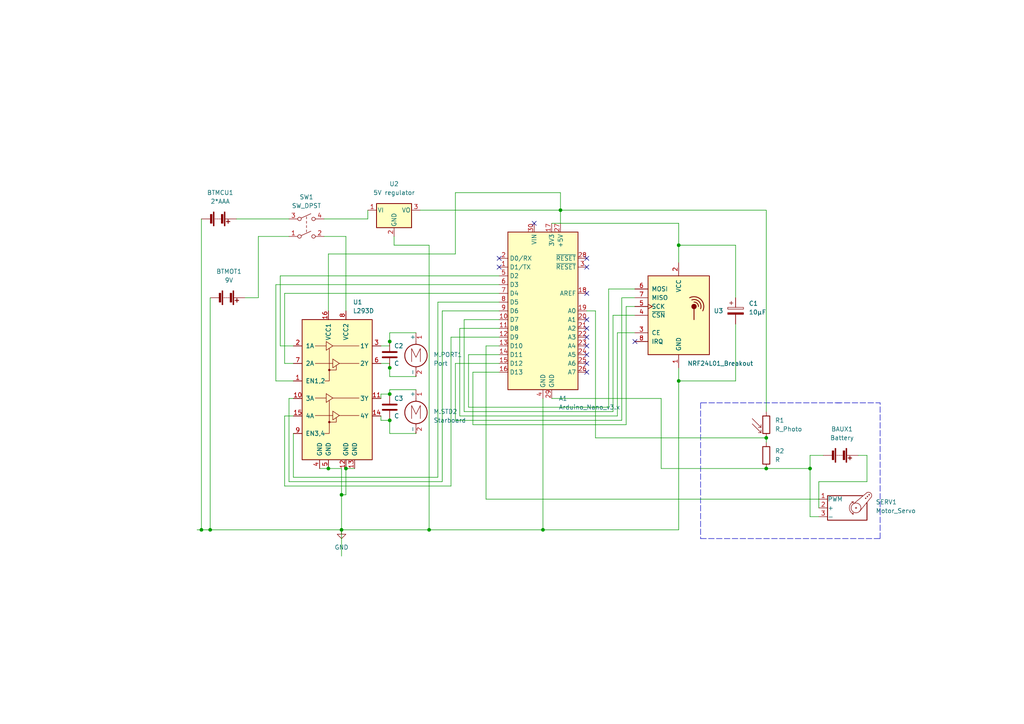
<source format=kicad_sch>
(kicad_sch (version 20211123) (generator eeschema)
  (paper "A4")
  (lib_symbols
    (symbol "Device:Battery" (pin_numbers hide) (pin_names (offset 0) hide)
      (property "Reference" "BT" (at 2.54 2.54 0))
      (property "Value" "Battery" (at 2.54 0 0))
      (symbol "Battery_0_1"
        (rectangle (start -2.032 -1.397) (end 2.032 -1.651) (fill (type outline)))
        (rectangle (start -2.032 1.778) (end 2.032 1.524) (fill (type outline)))
        (rectangle (start -1.3208 -1.9812) (end 1.27 -2.4892) (fill (type outline)))
        (rectangle (start -1.3208 1.1938) (end 1.27 0.6858) (fill (type outline)))
        (polyline (pts (xy 0 -1.524) (xy 0 -1.27)))
        (polyline (pts (xy 0 -1.016) (xy 0 -0.762)))
        (polyline (pts (xy 0 -0.508) (xy 0 -0.254)))
        (polyline (pts (xy 0 0) (xy 0 0.254)))
        (polyline (pts (xy 0 0.508) (xy 0 0.762)))
        (polyline (pts (xy 0 1.778) (xy 0 2.54)))
        (polyline (pts (xy 0.254 2.667) (xy 1.27 2.667)) (stroke (width 0.254)))
        (polyline (pts (xy 0.762 3.175) (xy 0.762 2.159)) (stroke (width 0.254)))
      )
      (symbol "Battery_1_1"
        (pin passive line (at 0 5.08 270) (length 2.54) (name "+") (number "1"))
        (pin passive line (at 0 -5.08 90) (length 2.54) (name "-") (number "2"))
      )
    )
    (symbol "Device:C" (pin_numbers hide) (pin_names (offset 0.254))
      (property "Reference" "C" (at 0.635 2.54 0))
      (property "Value" "C" (at 0.635 -2.54 0))
      (symbol "C_0_1"
        (polyline (pts (xy -2.032 -0.762) (xy 2.032 -0.762)) (stroke (width 0.508)))
        (polyline (pts (xy -2.032 0.762) (xy 2.032 0.762)) (stroke (width 0.508)))
      )
      (symbol "C_1_1"
        (pin passive line (at 0 3.81 270) (length 2.794) (name "~") (number "1"))
        (pin passive line (at 0 -3.81 90) (length 2.794) (name "~") (number "2"))
      )
    )
    (symbol "Device:C_Polarized" (pin_numbers hide) (pin_names (offset 0.254))
      (property "Reference" "C" (at 0.635 2.54 0))
      (property "Value" "C_Polarized" (at 0.635 -2.54 0))
      (symbol "C_Polarized_0_1"
        (rectangle (start -2.286 0.508) (end 2.286 1.016))
        (polyline (pts (xy -1.778 2.286) (xy -0.762 2.286)))
        (polyline (pts (xy -1.27 2.794) (xy -1.27 1.778)))
        (rectangle (start 2.286 -0.508) (end -2.286 -1.016) (fill (type outline)))
      )
      (symbol "C_Polarized_1_1"
        (pin passive line (at 0 3.81 270) (length 2.794) (name "~") (number "1"))
        (pin passive line (at 0 -3.81 90) (length 2.794) (name "~") (number "2"))
      )
    )
    (symbol "Device:R" (pin_numbers hide) (pin_names (offset 0))
      (property "Reference" "R" (at 2.032 0 90))
      (property "Value" "R" (at 0 0 90))
      (symbol "R_0_1"
        (rectangle (start -1.016 -2.54) (end 1.016 2.54) (stroke (width 0.254)))
      )
      (symbol "R_1_1"
        (pin passive line (at 0 3.81 270) (length 1.27) (name "~") (number "1"))
        (pin passive line (at 0 -3.81 90) (length 1.27) (name "~") (number "2"))
      )
    )
    (symbol "Device:R_Photo" (pin_numbers hide) (pin_names (offset 0))
      (property "Reference" "R" (at 1.27 1.27 0))
      (property "Value" "R_Photo" (at 1.27 0 0))
      (symbol "R_Photo_0_1"
        (rectangle (start -1.016 2.54) (end 1.016 -2.54) (stroke (width 0.254)))
        (polyline (pts (xy -1.524 -2.286) (xy -4.064 0.254)))
        (polyline (pts (xy -1.524 -2.286) (xy -2.286 -2.286)))
        (polyline (pts (xy -1.524 -2.286) (xy -1.524 -1.524)))
        (polyline (pts (xy -1.524 -0.762) (xy -4.064 1.778)))
        (polyline (pts (xy -1.524 -0.762) (xy -2.286 -0.762)))
        (polyline (pts (xy -1.524 -0.762) (xy -1.524 0)))
      )
      (symbol "R_Photo_1_1"
        (pin passive line (at 0 3.81 270) (length 1.27) (name "~") (number "1"))
        (pin passive line (at 0 -3.81 90) (length 1.27) (name "~") (number "2"))
      )
    )
    (symbol "Driver_Motor:L293D" (pin_names (offset 1.016))
      (property "Reference" "U" (at -5.08 26.035 0))
      (property "Value" "L293D" (at -5.08 24.13 0))
      (symbol "L293D_0_1"
        (rectangle (start -10.16 22.86) (end 10.16 -17.78) (stroke (width 0.254)) (fill (type background)))
        (circle (center -2.286 -6.858) (radius 0.254) (fill (type outline)))
        (circle (center -2.286 8.255) (radius 0.254) (fill (type outline)))
        (polyline (pts (xy -6.35 -4.953) (xy -1.27 -4.953)))
        (polyline (pts (xy -6.35 0.127) (xy -3.175 0.127)))
        (polyline (pts (xy -6.35 10.16) (xy -1.27 10.16)))
        (polyline (pts (xy -6.35 15.24) (xy -3.175 15.24)))
        (polyline (pts (xy -1.27 0.127) (xy 6.35 0.127)))
        (polyline (pts (xy -1.27 15.24) (xy 6.35 15.24)))
        (polyline (pts (xy 0.635 -4.953) (xy 6.35 -4.953)))
        (polyline (pts (xy 0.635 10.16) (xy 6.35 10.16)))
        (polyline (pts (xy -2.286 -6.858) (xy -0.254 -6.858) (xy -0.254 -5.588)))
        (polyline (pts (xy -2.286 -0.635) (xy -2.286 -10.16) (xy -3.556 -10.16)))
        (polyline (pts (xy -2.286 8.255) (xy -0.254 8.255) (xy -0.254 9.525)))
        (polyline (pts (xy -2.286 14.478) (xy -2.286 5.08) (xy -3.556 5.08)))
        (polyline (pts (xy -3.175 1.397) (xy -3.175 -1.143) (xy -1.27 0.127) (xy -3.175 1.397)))
        (polyline (pts (xy -3.175 16.51) (xy -3.175 13.97) (xy -1.27 15.24) (xy -3.175 16.51)))
        (polyline (pts (xy -1.27 -3.683) (xy -1.27 -6.223) (xy 0.635 -4.953) (xy -1.27 -3.683)))
        (polyline (pts (xy -1.27 11.43) (xy -1.27 8.89) (xy 0.635 10.16) (xy -1.27 11.43)))
      )
      (symbol "L293D_1_1"
        (pin input line (at -12.7 5.08 0) (length 2.54) (name "EN1,2") (number "1"))
        (pin input line (at -12.7 0 0) (length 2.54) (name "3A") (number "10"))
        (pin output line (at 12.7 0 180) (length 2.54) (name "3Y") (number "11"))
        (pin power_in line (at 2.54 -20.32 90) (length 2.54) (name "GND") (number "12"))
        (pin power_in line (at 5.08 -20.32 90) (length 2.54) (name "GND") (number "13"))
        (pin output line (at 12.7 -5.08 180) (length 2.54) (name "4Y") (number "14"))
        (pin input line (at -12.7 -5.08 0) (length 2.54) (name "4A") (number "15"))
        (pin power_in line (at -2.54 25.4 270) (length 2.54) (name "VCC1") (number "16"))
        (pin input line (at -12.7 15.24 0) (length 2.54) (name "1A") (number "2"))
        (pin output line (at 12.7 15.24 180) (length 2.54) (name "1Y") (number "3"))
        (pin power_in line (at -5.08 -20.32 90) (length 2.54) (name "GND") (number "4"))
        (pin power_in line (at -2.54 -20.32 90) (length 2.54) (name "GND") (number "5"))
        (pin output line (at 12.7 10.16 180) (length 2.54) (name "2Y") (number "6"))
        (pin input line (at -12.7 10.16 0) (length 2.54) (name "2A") (number "7"))
        (pin power_in line (at 2.54 25.4 270) (length 2.54) (name "VCC2") (number "8"))
        (pin input line (at -12.7 -10.16 0) (length 2.54) (name "EN3,4") (number "9"))
      )
    )
    (symbol "MCU_Module:Arduino_Nano_v3.x"
      (property "Reference" "A" (at -10.16 23.495 0))
      (property "Value" "Arduino_Nano_v3.x" (at 5.08 -24.13 0))
      (symbol "Arduino_Nano_v3.x_0_1"
        (rectangle (start -10.16 22.86) (end 10.16 -22.86) (stroke (width 0.254)) (fill (type background)))
      )
      (symbol "Arduino_Nano_v3.x_1_1"
        (pin bidirectional line (at -12.7 12.7 0) (length 2.54) (name "D1/TX") (number "1"))
        (pin bidirectional line (at -12.7 -2.54 0) (length 2.54) (name "D7") (number "10"))
        (pin bidirectional line (at -12.7 -5.08 0) (length 2.54) (name "D8") (number "11"))
        (pin bidirectional line (at -12.7 -7.62 0) (length 2.54) (name "D9") (number "12"))
        (pin bidirectional line (at -12.7 -10.16 0) (length 2.54) (name "D10") (number "13"))
        (pin bidirectional line (at -12.7 -12.7 0) (length 2.54) (name "D11") (number "14"))
        (pin bidirectional line (at -12.7 -15.24 0) (length 2.54) (name "D12") (number "15"))
        (pin bidirectional line (at -12.7 -17.78 0) (length 2.54) (name "D13") (number "16"))
        (pin power_out line (at 2.54 25.4 270) (length 2.54) (name "3V3") (number "17"))
        (pin input line (at 12.7 5.08 180) (length 2.54) (name "AREF") (number "18"))
        (pin bidirectional line (at 12.7 0 180) (length 2.54) (name "A0") (number "19"))
        (pin bidirectional line (at -12.7 15.24 0) (length 2.54) (name "D0/RX") (number "2"))
        (pin bidirectional line (at 12.7 -2.54 180) (length 2.54) (name "A1") (number "20"))
        (pin bidirectional line (at 12.7 -5.08 180) (length 2.54) (name "A2") (number "21"))
        (pin bidirectional line (at 12.7 -7.62 180) (length 2.54) (name "A3") (number "22"))
        (pin bidirectional line (at 12.7 -10.16 180) (length 2.54) (name "A4") (number "23"))
        (pin bidirectional line (at 12.7 -12.7 180) (length 2.54) (name "A5") (number "24"))
        (pin bidirectional line (at 12.7 -15.24 180) (length 2.54) (name "A6") (number "25"))
        (pin bidirectional line (at 12.7 -17.78 180) (length 2.54) (name "A7") (number "26"))
        (pin power_out line (at 5.08 25.4 270) (length 2.54) (name "+5V") (number "27"))
        (pin input line (at 12.7 15.24 180) (length 2.54) (name "~{RESET}") (number "28"))
        (pin power_in line (at 2.54 -25.4 90) (length 2.54) (name "GND") (number "29"))
        (pin input line (at 12.7 12.7 180) (length 2.54) (name "~{RESET}") (number "3"))
        (pin power_in line (at -2.54 25.4 270) (length 2.54) (name "VIN") (number "30"))
        (pin power_in line (at 0 -25.4 90) (length 2.54) (name "GND") (number "4"))
        (pin bidirectional line (at -12.7 10.16 0) (length 2.54) (name "D2") (number "5"))
        (pin bidirectional line (at -12.7 7.62 0) (length 2.54) (name "D3") (number "6"))
        (pin bidirectional line (at -12.7 5.08 0) (length 2.54) (name "D4") (number "7"))
        (pin bidirectional line (at -12.7 2.54 0) (length 2.54) (name "D5") (number "8"))
        (pin bidirectional line (at -12.7 0 0) (length 2.54) (name "D6") (number "9"))
      )
    )
    (symbol "Motor:Motor_DC" (pin_names (offset 0))
      (property "Reference" "M" (at 2.54 2.54 0))
      (property "Value" "Motor_DC" (at 2.54 -5.08 0))
      (symbol "Motor_DC_0_0"
        (polyline (pts (xy -1.27 -3.302) (xy -1.27 0.508) (xy 0 -2.032) (xy 1.27 0.508) (xy 1.27 -3.302)))
      )
      (symbol "Motor_DC_0_1"
        (circle (center 0 -1.524) (radius 3.2512) (stroke (width 0.254)))
        (polyline (pts (xy 0 -7.62) (xy 0 -7.112)))
        (polyline (pts (xy 0 -4.7752) (xy 0 -5.1816)))
        (polyline (pts (xy 0 1.7272) (xy 0 2.0828)))
        (polyline (pts (xy 0 2.032) (xy 0 2.54)))
      )
      (symbol "Motor_DC_1_1"
        (pin passive line (at 0 5.08 270) (length 2.54) (name "+") (number "1"))
        (pin passive line (at 0 -7.62 90) (length 2.54) (name "-") (number "2"))
      )
    )
    (symbol "Motor:Motor_Servo" (pin_names (offset 0.0254))
      (property "Reference" "M" (at -5.08 4.445 0))
      (property "Value" "Motor_Servo" (at -5.08 -4.064 0))
      (symbol "Motor_Servo_0_1"
        (polyline (pts (xy 2.413 -1.778) (xy 2.032 -1.778)))
        (polyline (pts (xy 2.413 -1.778) (xy 2.286 -1.397)))
        (polyline (pts (xy 2.413 1.778) (xy 1.905 1.778)))
        (polyline (pts (xy 2.413 1.778) (xy 2.286 1.397)))
        (polyline (pts (xy 6.35 4.445) (xy 2.54 1.27)))
        (polyline (pts (xy 7.62 3.175) (xy 4.191 -1.016)))
        (polyline (pts (xy 5.08 3.556) (xy -5.08 3.556) (xy -5.08 -3.556) (xy 6.35 -3.556) (xy 6.35 1.524)) (stroke (width 0.254)))
        (arc (start 2.413 1.778) (mid 1.2406 0) (end 2.413 -1.778))
        (circle (center 3.175 0) (radius 0.1778))
        (circle (center 3.175 0) (radius 1.4224))
        (circle (center 5.969 2.794) (radius 0.127))
        (circle (center 6.477 3.302) (radius 0.127))
        (circle (center 6.985 3.81) (radius 0.127))
        (arc (start 7.62 3.175) (mid 7.4485 4.2735) (end 6.35 4.445))
      )
      (symbol "Motor_Servo_1_1"
        (pin passive line (at -7.62 2.54 0) (length 2.54) (name "PWM") (number "1"))
        (pin passive line (at -7.62 0 0) (length 2.54) (name "+") (number "2"))
        (pin passive line (at -7.62 -2.54 0) (length 2.54) (name "-") (number "3"))
      )
    )
    (symbol "RF:NRF24L01_Breakout" (pin_names (offset 1.016))
      (property "Reference" "U" (at -8.89 12.7 0))
      (property "Value" "NRF24L01_Breakout" (at 3.81 12.7 0))
      (symbol "NRF24L01_Breakout_0_1"
        (rectangle (start -8.89 11.43) (end 8.89 -11.43) (stroke (width 0.254)) (fill (type background)))
        (polyline (pts (xy 4.445 1.905) (xy 4.445 -1.27)) (stroke (width 0.254)))
        (circle (center 4.445 2.54) (radius 0.635) (stroke (width 0.254)) (fill (type outline)))
        (arc (start 5.715 2.54) (mid 5.3521 3.4546) (end 4.445 3.81) (stroke (width 0.254)))
        (arc (start 6.35 1.905) (mid 5.8763 3.9854) (end 3.81 4.445) (stroke (width 0.254)))
        (arc (start 6.985 1.27) (mid 6.453 4.548) (end 3.175 5.08) (stroke (width 0.254)))
      )
      (symbol "NRF24L01_Breakout_1_1"
        (pin power_in line (at 0 -15.24 90) (length 3.81) (name "GND") (number "1"))
        (pin power_in line (at 0 15.24 270) (length 3.81) (name "VCC") (number "2"))
        (pin input line (at -12.7 -5.08 0) (length 3.81) (name "CE") (number "3"))
        (pin input line (at -12.7 0 0) (length 3.81) (name "~{CSN}") (number "4"))
        (pin input clock (at -12.7 2.54 0) (length 3.81) (name "SCK") (number "5"))
        (pin input line (at -12.7 7.62 0) (length 3.81) (name "MOSI") (number "6"))
        (pin output line (at -12.7 5.08 0) (length 3.81) (name "MISO") (number "7"))
        (pin output line (at -12.7 -7.62 0) (length 3.81) (name "IRQ") (number "8"))
      )
    )
    (symbol "Regulator_Linear:LF50_TO220" (pin_names (offset 0.254))
      (property "Reference" "U" (at -3.81 3.175 0))
      (property "Value" "LF50_TO220" (at 0 3.175 0))
      (symbol "LF50_TO220_0_1"
        (rectangle (start -5.08 1.905) (end 5.08 -5.08) (stroke (width 0.254)) (fill (type background)))
      )
      (symbol "LF50_TO220_1_1"
        (pin power_in line (at -7.62 0 0) (length 2.54) (name "VI") (number "1"))
        (pin power_in line (at 0 -7.62 90) (length 2.54) (name "GND") (number "2"))
        (pin power_out line (at 7.62 0 180) (length 2.54) (name "VO") (number "3"))
      )
    )
    (symbol "Switch:SW_DPST" (pin_names (offset 0) hide)
      (property "Reference" "SW" (at 0 5.08 0))
      (property "Value" "SW_DPST" (at 0 -5.08 0))
      (symbol "SW_DPST_0_0"
        (circle (center -2.032 -2.54) (radius 0.508))
        (circle (center -2.032 2.54) (radius 0.508))
        (polyline (pts (xy -1.524 -2.286) (xy 1.27 -1.016)))
        (polyline (pts (xy -1.524 2.794) (xy 1.27 4.064)))
        (polyline (pts (xy 0 -1.27) (xy 0 -0.635)))
        (polyline (pts (xy 0 0) (xy 0 0.635)))
        (polyline (pts (xy 0 1.27) (xy 0 1.905)))
        (polyline (pts (xy 0 2.54) (xy 0 3.175)))
        (circle (center 2.032 -2.54) (radius 0.508))
        (circle (center 2.032 2.54) (radius 0.508))
      )
      (symbol "SW_DPST_1_1"
        (pin passive line (at -5.08 -2.54 0) (length 2.54) (name "1") (number "1"))
        (pin passive line (at 5.08 -2.54 180) (length 2.54) (name "2") (number "2"))
        (pin passive line (at -5.08 2.54 0) (length 2.54) (name "3") (number "3"))
        (pin passive line (at 5.08 2.54 180) (length 2.54) (name "4") (number "4"))
      )
    )
    (symbol "power:GND" (power) (pin_names (offset 0))
      (property "Value" "GND" (at 0 -3.81 0))
      (symbol "GND_0_1"
        (polyline (pts (xy 0 0) (xy 0 -1.27) (xy 1.27 -1.27) (xy 0 -2.54) (xy -1.27 -1.27) (xy 0 -1.27)))
      )
      (symbol "GND_1_1"
        (pin power_in line (at 0 0 270) (length 0) hide (name "GND") (number "1"))
      )
    )
  )
  (junction (at 162.56 60.96))
  (junction (at 234.95 135.89))
  (junction (at 196.85 71.12))
  (junction (at 222.25 135.89))
  (junction (at 100.33 135.89))
  (junction (at 222.25 127))
  (junction (at 95.25 135.89))
  (junction (at 157.48 153.67))
  (junction (at 99.06 143.51))
  (junction (at 113.03 99.06))
  (junction (at 99.06 153.67))
  (junction (at 60.96 153.67))
  (junction (at 196.85 110.49))
  (junction (at 124.46 153.67))
  (junction (at 58.42 153.67))
  (junction (at 113.03 121.92))
  (junction (at 113.03 106.68))
  (junction (at 113.03 114.3))
  (no_connect (at 184.15 99.06))
  (no_connect (at 170.18 102.87))
  (no_connect (at 170.18 100.33))
  (no_connect (at 170.18 105.41))
  (no_connect (at 170.18 107.95))
  (no_connect (at 170.18 97.79))
  (no_connect (at 170.18 95.25))
  (no_connect (at 170.18 92.71))
  (no_connect (at 144.78 77.47))
  (no_connect (at 144.78 74.93))
  (no_connect (at 170.18 85.09))
  (no_connect (at 170.18 77.47))
  (no_connect (at 170.18 74.93))
  (no_connect (at 154.94 64.77))
  (polyline (pts (xy 203.2 156.21) (xy 255.27 156.21)))
  (wire (pts (xy 234.95 135.89) (xy 222.25 135.89)))
  (wire (pts (xy 83.82 115.57) (xy 83.82 139.7)))
  (wire (pts (xy 234.95 132.08) (xy 238.76 132.08)))
  (wire (pts (xy 113.03 96.52) (xy 120.65 96.52)))
  (wire (pts (xy 213.36 86.36) (xy 213.36 71.12)))
  (wire (pts (xy 130.81 140.97) (xy 130.81 97.79)))
  (wire (pts (xy 222.25 60.96) (xy 162.56 60.96)))
  (wire (pts (xy 100.33 143.51) (xy 99.06 143.51)))
  (polyline (pts (xy 203.2 116.84) (xy 203.2 156.21)))
  (wire (pts (xy 176.53 83.82) (xy 184.15 83.82)))
  (wire (pts (xy 100.33 135.89) (xy 100.33 143.51)))
  (wire (pts (xy 95.25 90.17) (xy 95.25 73.66)))
  (wire (pts (xy 60.96 153.67) (xy 99.06 153.67)))
  (wire (pts (xy 127 87.63) (xy 127 138.43)))
  (wire (pts (xy 82.55 120.65) (xy 85.09 120.65)))
  (wire (pts (xy 237.49 139.7) (xy 237.49 147.32)))
  (wire (pts (xy 58.42 153.67) (xy 60.96 153.67)))
  (wire (pts (xy 85.09 105.41) (xy 82.55 105.41)))
  (polyline (pts (xy 242.57 116.84) (xy 255.27 116.84)))
  (wire (pts (xy 132.08 121.92) (xy 180.34 121.92)))
  (wire (pts (xy 113.03 121.92) (xy 113.03 125.73)))
  (wire (pts (xy 113.03 113.03) (xy 120.65 113.03)))
  (wire (pts (xy 140.97 100.33) (xy 140.97 144.78)))
  (wire (pts (xy 95.25 73.66) (xy 132.08 73.66)))
  (wire (pts (xy 124.46 71.12) (xy 124.46 153.67)))
  (wire (pts (xy 57.15 153.67) (xy 58.42 153.67)))
  (wire (pts (xy 137.16 123.19) (xy 181.61 123.19)))
  (wire (pts (xy 234.95 135.89) (xy 234.95 149.86)))
  (wire (pts (xy 82.55 105.41) (xy 82.55 85.09)))
  (wire (pts (xy 128.27 90.17) (xy 144.78 90.17)))
  (wire (pts (xy 80.01 110.49) (xy 80.01 82.55)))
  (wire (pts (xy 137.16 123.19) (xy 137.16 107.95)))
  (wire (pts (xy 160.02 64.77) (xy 196.85 64.77)))
  (wire (pts (xy 113.03 96.52) (xy 113.03 99.06)))
  (wire (pts (xy 196.85 106.68) (xy 196.85 110.49)))
  (polyline (pts (xy 243.84 116.84) (xy 203.2 116.84)))
  (wire (pts (xy 144.78 80.01) (xy 81.28 80.01)))
  (wire (pts (xy 160.02 115.57) (xy 191.77 115.57)))
  (wire (pts (xy 196.85 110.49) (xy 196.85 153.67)))
  (wire (pts (xy 162.56 55.88) (xy 162.56 60.96)))
  (wire (pts (xy 179.07 120.65) (xy 179.07 96.52)))
  (wire (pts (xy 82.55 140.97) (xy 82.55 120.65)))
  (wire (pts (xy 113.03 105.41) (xy 113.03 106.68)))
  (wire (pts (xy 234.95 149.86) (xy 237.49 149.86)))
  (wire (pts (xy 132.08 73.66) (xy 132.08 55.88)))
  (wire (pts (xy 80.01 82.55) (xy 144.78 82.55)))
  (wire (pts (xy 114.3 71.12) (xy 124.46 71.12)))
  (wire (pts (xy 110.49 100.33) (xy 113.03 100.33)))
  (wire (pts (xy 93.98 63.5) (xy 106.68 63.5)))
  (wire (pts (xy 135.89 102.87) (xy 135.89 118.11)))
  (wire (pts (xy 157.48 115.57) (xy 157.48 153.67)))
  (wire (pts (xy 93.98 68.58) (xy 100.33 68.58)))
  (wire (pts (xy 237.49 139.7) (xy 251.46 139.7)))
  (wire (pts (xy 106.68 63.5) (xy 106.68 60.96)))
  (wire (pts (xy 172.72 90.17) (xy 170.18 90.17)))
  (wire (pts (xy 251.46 139.7) (xy 251.46 132.08)))
  (wire (pts (xy 144.78 105.41) (xy 132.08 105.41)))
  (wire (pts (xy 85.09 110.49) (xy 80.01 110.49)))
  (wire (pts (xy 181.61 123.19) (xy 181.61 88.9)))
  (wire (pts (xy 181.61 88.9) (xy 184.15 88.9)))
  (wire (pts (xy 124.46 153.67) (xy 157.48 153.67)))
  (wire (pts (xy 191.77 135.89) (xy 191.77 115.57)))
  (wire (pts (xy 196.85 71.12) (xy 196.85 76.2)))
  (wire (pts (xy 176.53 118.11) (xy 176.53 83.82)))
  (wire (pts (xy 144.78 87.63) (xy 127 87.63)))
  (wire (pts (xy 177.8 91.44) (xy 184.15 91.44)))
  (wire (pts (xy 134.62 92.71) (xy 134.62 119.38)))
  (wire (pts (xy 132.08 55.88) (xy 162.56 55.88)))
  (wire (pts (xy 113.03 100.33) (xy 113.03 99.06)))
  (wire (pts (xy 82.55 85.09) (xy 144.78 85.09)))
  (wire (pts (xy 222.25 119.38) (xy 222.25 60.96)))
  (wire (pts (xy 213.36 93.98) (xy 213.36 110.49)))
  (wire (pts (xy 130.81 140.97) (xy 82.55 140.97)))
  (wire (pts (xy 180.34 86.36) (xy 184.15 86.36)))
  (wire (pts (xy 113.03 106.68) (xy 113.03 109.22)))
  (wire (pts (xy 144.78 102.87) (xy 135.89 102.87)))
  (wire (pts (xy 121.92 60.96) (xy 162.56 60.96)))
  (wire (pts (xy 74.93 86.36) (xy 74.93 68.58)))
  (polyline (pts (xy 255.27 156.21) (xy 255.27 116.84)))
  (wire (pts (xy 137.16 107.95) (xy 144.78 107.95)))
  (wire (pts (xy 133.35 95.25) (xy 144.78 95.25)))
  (wire (pts (xy 177.8 119.38) (xy 177.8 91.44)))
  (wire (pts (xy 251.46 132.08) (xy 248.92 132.08)))
  (wire (pts (xy 113.03 125.73) (xy 120.65 125.73)))
  (wire (pts (xy 110.49 105.41) (xy 113.03 105.41)))
  (wire (pts (xy 234.95 132.08) (xy 234.95 135.89)))
  (wire (pts (xy 179.07 96.52) (xy 184.15 96.52)))
  (wire (pts (xy 110.49 120.65) (xy 110.49 121.92)))
  (wire (pts (xy 99.06 161.29) (xy 99.06 153.67)))
  (wire (pts (xy 71.12 86.36) (xy 74.93 86.36)))
  (wire (pts (xy 128.27 139.7) (xy 128.27 90.17)))
  (wire (pts (xy 222.25 135.89) (xy 191.77 135.89)))
  (wire (pts (xy 99.06 135.89) (xy 99.06 143.51)))
  (wire (pts (xy 92.71 135.89) (xy 95.25 135.89)))
  (wire (pts (xy 113.03 109.22) (xy 120.65 109.22)))
  (wire (pts (xy 100.33 68.58) (xy 100.33 90.17)))
  (wire (pts (xy 130.81 97.79) (xy 144.78 97.79)))
  (wire (pts (xy 74.93 68.58) (xy 83.82 68.58)))
  (wire (pts (xy 60.96 86.36) (xy 60.96 153.67)))
  (wire (pts (xy 85.09 138.43) (xy 85.09 125.73)))
  (wire (pts (xy 133.35 120.65) (xy 179.07 120.65)))
  (wire (pts (xy 85.09 115.57) (xy 83.82 115.57)))
  (wire (pts (xy 213.36 110.49) (xy 196.85 110.49)))
  (wire (pts (xy 134.62 92.71) (xy 144.78 92.71)))
  (wire (pts (xy 113.03 114.3) (xy 113.03 113.03)))
  (wire (pts (xy 127 138.43) (xy 85.09 138.43)))
  (wire (pts (xy 134.62 119.38) (xy 177.8 119.38)))
  (wire (pts (xy 100.33 135.89) (xy 102.87 135.89)))
  (wire (pts (xy 99.06 143.51) (xy 99.06 153.67)))
  (wire (pts (xy 140.97 144.78) (xy 237.49 144.78)))
  (wire (pts (xy 68.58 63.5) (xy 83.82 63.5)))
  (wire (pts (xy 157.48 153.67) (xy 196.85 153.67)))
  (wire (pts (xy 110.49 121.92) (xy 113.03 121.92)))
  (wire (pts (xy 172.72 127) (xy 172.72 90.17)))
  (wire (pts (xy 110.49 114.3) (xy 113.03 114.3)))
  (wire (pts (xy 222.25 127) (xy 222.25 128.27)))
  (wire (pts (xy 162.56 60.96) (xy 162.56 64.77)))
  (wire (pts (xy 83.82 139.7) (xy 128.27 139.7)))
  (wire (pts (xy 99.06 153.67) (xy 124.46 153.67)))
  (wire (pts (xy 114.3 68.58) (xy 114.3 71.12)))
  (wire (pts (xy 180.34 121.92) (xy 180.34 86.36)))
  (wire (pts (xy 222.25 127) (xy 172.72 127)))
  (wire (pts (xy 81.28 100.33) (xy 85.09 100.33)))
  (wire (pts (xy 135.89 118.11) (xy 176.53 118.11)))
  (wire (pts (xy 110.49 115.57) (xy 110.49 114.3)))
  (wire (pts (xy 133.35 95.25) (xy 133.35 120.65)))
  (wire (pts (xy 58.42 63.5) (xy 58.42 153.67)))
  (wire (pts (xy 81.28 80.01) (xy 81.28 100.33)))
  (wire (pts (xy 213.36 71.12) (xy 196.85 71.12)))
  (wire (pts (xy 196.85 64.77) (xy 196.85 71.12)))
  (wire (pts (xy 132.08 105.41) (xy 132.08 121.92)))
  (wire (pts (xy 95.25 135.89) (xy 99.06 135.89)))
  (wire (pts (xy 140.97 100.33) (xy 144.78 100.33)))
  (symbol (lib_id "Device:C") (at 113.03 102.87 0) (unit 1)
    (property "Reference" "C2" (at 114.3 100.33 0) (effects (justify left)))
    (property "Value" "C" (at 114.3 105.41 0) (effects (justify left)))
    (property "Footprint" "Capacitor_THT:C_Disc_D3.4mm_W2.1mm_P2.50mm" (effects hide))
  )
  (symbol (lib_id "power:GND") (at 99.06 153.67 0) (unit 1)
    (property "Reference" "#PWR0101" (effects hide))
    (property "Value" "GND" (at 99.06 158.75 0))
  )
  (symbol (lib_id "Device:C") (at 113.03 118.11 0) (unit 1)
    (property "Reference" "C3" (at 114.3 115.57 0) (effects (justify left)))
    (property "Value" "C" (at 114.3 120.65 0) (effects (justify left)))
    (property "Footprint" "Capacitor_THT:C_Disc_D3.4mm_W2.1mm_P2.50mm" (effects hide))
  )
  (symbol (lib_id "RF:NRF24L01_Breakout") (at 196.85 91.44 0) (unit 1)
    (property "Reference" "U3" (at 207.01 90.1699 0) (effects (justify left)))
    (property "Value" "NRF24L01_Breakout" (at 199.39 105.41 0) (effects (justify left)))
    (property "Footprint" "RF_Module:nRF24L01_Breakout" (effects hide))
    (property "Datasheet" "http://www.nordicsemi.com/eng/content/download/2730/34105/file/nRF24L01_Product_Specification_v2_0.pdf" (effects hide))
  )
  (symbol (lib_id "Device:Battery") (at 243.84 132.08 270) (unit 1)
    (property "Reference" "BAUX1" (at 244.221 124.46 90))
    (property "Value" "Battery" (at 244.221 127 90))
    (property "Footprint" "Connector_PinHeader_2.54mm:PinHeader_1x02_P2.54mm_Vertical" (effects hide))
  )
  (symbol (lib_id "Regulator_Linear:LF50_TO220") (at 114.3 60.96 0) (unit 1)
    (property "Reference" "U2" (at 114.3 53.34 0))
    (property "Value" "5V regulator" (at 114.3 55.88 0))
    (property "Footprint" "Package_TO_SOT_THT:TO-220-3_Vertical" (effects hide))
    (property "Datasheet" "http://www.st.com/content/ccc/resource/technical/document/datasheet/c4/0e/7e/2a/be/bc/4c/bd/CD00000546.pdf/files/CD00000546.pdf/jcr:content/translations/en.CD00000546.pdf" (effects hide))
  )
  (symbol (lib_id "Motor:Motor_Servo") (at 245.11 147.32 0) (unit 1)
    (property "Reference" "SERV1" (at 254 145.6165 0) (effects (justify left)))
    (property "Value" "Motor_Servo" (at 254 148.1565 0) (effects (justify left)))
    (property "Footprint" "Connector_PinHeader_2.54mm:PinHeader_1x03_P2.54mm_Vertical" (effects hide))
    (property "Datasheet" "http://forums.parallax.com/uploads/attachments/46831/74481.png" (effects hide))
  )
  (symbol (lib_id "Device:R") (at 222.25 132.08 0) (unit 1)
    (property "Reference" "R2" (at 224.79 130.8099 0) (effects (justify left)))
    (property "Value" "R" (at 224.79 133.3499 0) (effects (justify left)))
    (property "Footprint" "Resistor_THT:R_Axial_DIN0204_L3.6mm_D1.6mm_P2.54mm_Vertical" (effects hide))
  )
  (symbol (lib_id "Driver_Motor:L293D") (at 97.79 115.57 0) (unit 1)
    (property "Reference" "U1" (at 102.3494 87.63 0) (effects (justify left)))
    (property "Value" "L293D" (at 102.3494 90.17 0) (effects (justify left)))
    (property "Footprint" "Package_DIP:DIP-16_W7.62mm" (effects hide))
    (property "Datasheet" "http://www.ti.com/lit/ds/symlink/l293.pdf" (effects hide))
  )
  (symbol (lib_id "Motor:Motor_DC") (at 120.65 101.6 0) (unit 1)
    (property "Reference" "M.PORT1" (at 125.73 102.8699 0) (effects (justify left)))
    (property "Value" "Port" (at 125.73 105.4099 0) (effects (justify left)))
    (property "Footprint" "Connector_JST:JST_PH_B2B-PH-K_1x02_P2.00mm_Vertical" (effects hide))
  )
  (symbol (lib_id "MCU_Module:Arduino_Nano_v3.x") (at 157.48 90.17 0) (unit 1)
    (property "Reference" "A1" (at 162.0394 115.57 0) (effects (justify left)))
    (property "Value" "Arduino_Nano_v3.x" (at 162.0394 118.11 0) (effects (justify left)))
    (property "Footprint" "Module:Arduino_Nano" (effects hide))
    (property "Datasheet" "http://www.mouser.com/pdfdocs/Gravitech_Arduino_Nano3_0.pdf" (effects hide))
  )
  (symbol (lib_id "Device:Battery") (at 63.5 63.5 270) (unit 1)
    (property "Reference" "BTMCU1" (at 63.881 55.88 90))
    (property "Value" "2*AAA" (at 63.881 58.42 90))
    (property "Footprint" "Connector_JST:JST_PH_B2B-PH-K_1x02_P2.00mm_Vertical" (effects hide))
  )
  (symbol (lib_id "Device:R_Photo") (at 222.25 123.19 0) (unit 1)
    (property "Reference" "R1" (at 224.79 121.9199 0) (effects (justify left)))
    (property "Value" "R_Photo" (at 224.79 124.4599 0) (effects (justify left)))
    (property "Footprint" "Resistor_THT:R_Axial_DIN0204_L3.6mm_D1.6mm_P2.54mm_Vertical" (effects hide))
  )
  (symbol (lib_id "Device:Battery") (at 66.04 86.36 270) (unit 1)
    (property "Reference" "BTMOT1" (at 66.421 78.74 90))
    (property "Value" "9V" (at 66.421 81.28 90))
    (property "Footprint" "Connector_JST:JST_PH_B2B-PH-K_1x02_P2.00mm_Vertical" (effects hide))
  )
  (symbol (lib_id "Motor:Motor_DC") (at 120.65 118.11 0) (unit 1)
    (property "Reference" "M.STD2" (at 125.73 119.3799 0) (effects (justify left)))
    (property "Value" "Starboard" (at 125.73 121.9199 0) (effects (justify left)))
    (property "Footprint" "Connector_JST:JST_PH_B2B-PH-K_1x02_P2.00mm_Vertical" (effects hide))
  )
  (symbol (lib_id "Device:C_Polarized") (at 213.36 90.17 0) (unit 1)
    (property "Reference" "C1" (at 217.17 88.0109 0) (effects (justify left)))
    (property "Value" "10µF" (at 217.17 90.5509 0) (effects (justify left)))
    (property "Footprint" "Capacitor_THT:CP_Radial_D4.0mm_P2.00mm" (effects hide))
  )
  (symbol (lib_id "Switch:SW_DPST") (at 88.9 66.04 0) (unit 1)
    (property "Reference" "SW1" (at 88.9 57.15 0))
    (property "Value" "SW_DPST" (at 88.9 59.69 0))
    (property "Footprint" "Connector_PinHeader_2.54mm:PinHeader_2x02_P2.54mm_Vertical" (effects hide))
  )
)
</source>
